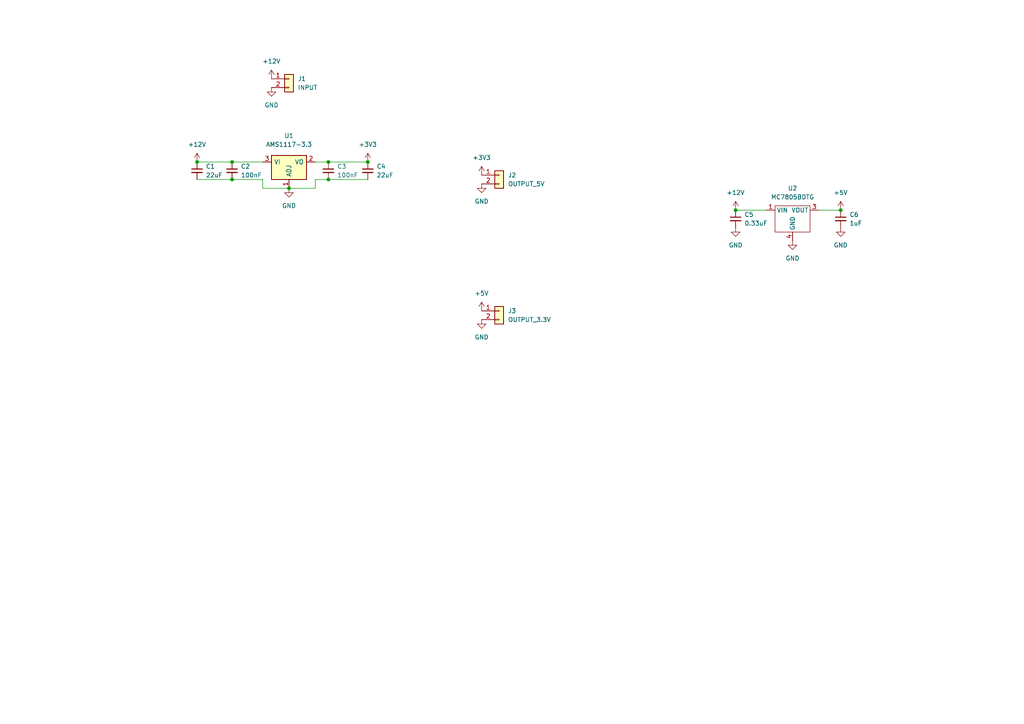
<source format=kicad_sch>
(kicad_sch (version 20211123) (generator eeschema)
  (paper "A4")
  (lib_symbols
    (symbol "01-rickbassham:MC7805BDTG"
      (property "Reference" "U" (at 0 0 0))
      (property "Value" "MC7805BDTG" (at 0 0 0))
      (symbol "MC7805BDTG_0_1"
        (rectangle (start 0 -5.08) (end 10.16 -12.7))
      )
      (symbol "MC7805BDTG_1_1"
        (pin input line (at -2.54 -6.35 0) (length 2.54) (name "VIN") (number "1"))
        (pin input line (at 12.7 -6.35 180) (length 2.54) (name "VOUT") (number "3"))
        (pin input line (at 5.08 -15.24 90) (length 2.54) (name "GND") (number "4"))
      )
    )
    (symbol "Connector_Generic:Conn_01x02" (pin_names (offset 1.016) hide)
      (property "Reference" "J" (at 0 2.54 0))
      (property "Value" "Conn_01x02" (at 0 -5.08 0))
      (symbol "Conn_01x02_1_1"
        (rectangle (start -1.27 -2.413) (end 0 -2.667) (stroke (width 0.1524)))
        (rectangle (start -1.27 0.127) (end 0 -0.127) (stroke (width 0.1524)))
        (rectangle (start -1.27 1.27) (end 1.27 -3.81) (stroke (width 0.254)) (fill (type background)))
        (pin passive line (at -5.08 0 0) (length 3.81) (name "Pin_1") (number "1"))
        (pin passive line (at -5.08 -2.54 0) (length 3.81) (name "Pin_2") (number "2"))
      )
    )
    (symbol "Device:C_Small" (pin_numbers hide) (pin_names (offset 0.254) hide)
      (property "Reference" "C" (at 0.254 1.778 0))
      (property "Value" "C_Small" (at 0.254 -2.032 0))
      (symbol "C_Small_0_1"
        (polyline (pts (xy -1.524 -0.508) (xy 1.524 -0.508)) (stroke (width 0.3302)))
        (polyline (pts (xy -1.524 0.508) (xy 1.524 0.508)) (stroke (width 0.3048)))
      )
      (symbol "C_Small_1_1"
        (pin passive line (at 0 2.54 270) (length 2.032) (name "~") (number "1"))
        (pin passive line (at 0 -2.54 90) (length 2.032) (name "~") (number "2"))
      )
    )
    (symbol "Regulator_Linear:AMS1117" (pin_names (offset 0.762))
      (property "Reference" "U" (at -3.81 3.175 0))
      (property "Value" "AMS1117" (at 0 3.175 0))
      (symbol "AMS1117_0_1"
        (rectangle (start -5.08 -5.08) (end 5.08 1.905) (stroke (width 0.254)) (fill (type background)))
      )
      (symbol "AMS1117_1_1"
        (pin input line (at 0 -7.62 90) (length 2.54) (name "ADJ") (number "1"))
        (pin power_out line (at 7.62 0 180) (length 2.54) (name "VO") (number "2"))
        (pin power_in line (at -7.62 0 0) (length 2.54) (name "VI") (number "3"))
      )
    )
    (symbol "power:+12V" (power) (pin_names (offset 0))
      (property "Value" "+12V" (at 0 3.556 0))
      (symbol "+12V_0_1"
        (polyline (pts (xy -0.762 1.27) (xy 0 2.54)))
        (polyline (pts (xy 0 0) (xy 0 2.54)))
        (polyline (pts (xy 0 2.54) (xy 0.762 1.27)))
      )
      (symbol "+12V_1_1"
        (pin power_in line (at 0 0 90) (length 0) hide (name "+12V") (number "1"))
      )
    )
    (symbol "power:+3.3V" (power) (pin_names (offset 0))
      (property "Value" "+3.3V" (at 0 3.556 0))
      (symbol "+3.3V_0_1"
        (polyline (pts (xy -0.762 1.27) (xy 0 2.54)))
        (polyline (pts (xy 0 0) (xy 0 2.54)))
        (polyline (pts (xy 0 2.54) (xy 0.762 1.27)))
      )
      (symbol "+3.3V_1_1"
        (pin power_in line (at 0 0 90) (length 0) hide (name "+3V3") (number "1"))
      )
    )
    (symbol "power:+5V" (power) (pin_names (offset 0))
      (property "Value" "+5V" (at 0 3.556 0))
      (symbol "+5V_0_1"
        (polyline (pts (xy -0.762 1.27) (xy 0 2.54)))
        (polyline (pts (xy 0 0) (xy 0 2.54)))
        (polyline (pts (xy 0 2.54) (xy 0.762 1.27)))
      )
      (symbol "+5V_1_1"
        (pin power_in line (at 0 0 90) (length 0) hide (name "+5V") (number "1"))
      )
    )
    (symbol "power:GND" (power) (pin_names (offset 0))
      (property "Value" "GND" (at 0 -3.81 0))
      (symbol "GND_0_1"
        (polyline (pts (xy 0 0) (xy 0 -1.27) (xy 1.27 -1.27) (xy 0 -2.54) (xy -1.27 -1.27) (xy 0 -1.27)))
      )
      (symbol "GND_1_1"
        (pin power_in line (at 0 0 270) (length 0) hide (name "GND") (number "1"))
      )
    )
  )
  (junction (at 83.82 54.61))
  (junction (at 57.15 46.99))
  (junction (at 106.68 46.99))
  (junction (at 67.31 52.07))
  (junction (at 95.25 46.99))
  (junction (at 243.84 60.96))
  (junction (at 67.31 46.99))
  (junction (at 213.36 60.96))
  (junction (at 95.25 52.07))
  (wire (pts (xy 95.25 46.99) (xy 106.68 46.99)))
  (wire (pts (xy 95.25 52.07) (xy 91.44 52.07)))
  (wire (pts (xy 76.2 52.07) (xy 76.2 54.61)))
  (wire (pts (xy 57.15 46.99) (xy 67.31 46.99)))
  (wire (pts (xy 91.44 46.99) (xy 95.25 46.99)))
  (wire (pts (xy 91.44 52.07) (xy 91.44 54.61)))
  (wire (pts (xy 91.44 54.61) (xy 83.82 54.61)))
  (wire (pts (xy 106.68 52.07) (xy 95.25 52.07)))
  (wire (pts (xy 76.2 54.61) (xy 83.82 54.61)))
  (wire (pts (xy 57.15 52.07) (xy 67.31 52.07)))
  (wire (pts (xy 67.31 46.99) (xy 76.2 46.99)))
  (wire (pts (xy 237.49 60.96) (xy 243.84 60.96)))
  (wire (pts (xy 67.31 52.07) (xy 76.2 52.07)))
  (wire (pts (xy 213.36 60.96) (xy 222.25 60.96)))
  (symbol (lib_id "power:+12V") (at 78.74 22.86 0) (unit 1)
    (property "Reference" "#PWR0103" (effects hide))
    (property "Value" "+12V" (at 78.74 17.78 0))
  )
  (symbol (lib_id "power:+12V") (at 213.36 60.96 0) (unit 1)
    (property "Reference" "#PWR0105" (effects hide))
    (property "Value" "+12V" (at 213.36 55.88 0))
  )
  (symbol (lib_id "power:GND") (at 139.7 53.34 0) (unit 1)
    (property "Reference" "#PWR0112" (effects hide))
    (property "Value" "GND" (at 139.7 58.42 0))
  )
  (symbol (lib_id "power:+12V") (at 57.15 46.99 0) (unit 1)
    (property "Reference" "#PWR0101" (effects hide))
    (property "Value" "+12V" (at 57.15 41.91 0))
  )
  (symbol (lib_id "Device:C_Small") (at 243.84 63.5 0) (unit 1)
    (property "Reference" "C6" (at 246.38 62.2362 0) (effects (justify left)))
    (property "Value" "1uF" (at 246.38 64.7762 0) (effects (justify left)))
    (property "Footprint" "Capacitor_SMD:C_0805_2012Metric" (effects hide))
  )
  (symbol (lib_id "Device:C_Small") (at 106.68 49.53 0) (unit 1)
    (property "Reference" "C4" (at 109.22 48.2662 0) (effects (justify left)))
    (property "Value" "22uF" (at 109.22 50.8062 0) (effects (justify left)))
    (property "Footprint" "Capacitor_SMD:C_0805_2012Metric" (effects hide))
    (property "LCSC" "C45783" (effects hide))
  )
  (symbol (lib_id "power:GND") (at 78.74 25.4 0) (unit 1)
    (property "Reference" "#PWR0104" (effects hide))
    (property "Value" "GND" (at 78.74 30.48 0))
  )
  (symbol (lib_id "Regulator_Linear:AMS1117") (at 83.82 46.99 0) (unit 1)
    (property "Reference" "U1" (at 83.82 39.37 0))
    (property "Value" "AMS1117-3.3" (at 83.82 41.91 0))
    (property "Footprint" "Package_TO_SOT_SMD:SOT-223-3_TabPin2" (effects hide))
    (property "Datasheet" "http://www.advanced-monolithic.com/pdf/ds1117.pdf" (effects hide))
    (property "LCSC" "C6186" (effects hide))
  )
  (symbol (lib_id "Connector_Generic:Conn_01x02") (at 83.82 22.86 0) (unit 1)
    (property "Reference" "J1" (at 86.36 22.8599 0) (effects (justify left)))
    (property "Value" "INPUT" (at 86.36 25.3999 0) (effects (justify left)))
    (property "Footprint" "Connector_PinHeader_2.54mm:PinHeader_1x02_P2.54mm_Vertical" (effects hide))
  )
  (symbol (lib_id "Device:C_Small") (at 67.31 49.53 0) (unit 1)
    (property "Reference" "C2" (at 69.85 48.2662 0) (effects (justify left)))
    (property "Value" "100nF" (at 69.85 50.8062 0) (effects (justify left)))
    (property "Footprint" "Capacitor_SMD:C_0402_1005Metric" (effects hide))
    (property "LCSC" "C307331" (effects hide))
  )
  (symbol (lib_id "Connector_Generic:Conn_01x02") (at 144.78 90.17 0) (unit 1)
    (property "Reference" "J3" (at 147.32 90.1699 0) (effects (justify left)))
    (property "Value" "OUTPUT_3.3V" (at 147.32 92.7099 0) (effects (justify left)))
    (property "Footprint" "Connector_PinHeader_2.54mm:PinHeader_1x02_P2.54mm_Vertical" (effects hide))
  )
  (symbol (lib_id "power:GND") (at 139.7 92.71 0) (unit 1)
    (property "Reference" "#PWR0111" (effects hide))
    (property "Value" "GND" (at 139.7 97.79 0))
  )
  (symbol (lib_id "power:GND") (at 83.82 54.61 0) (unit 1)
    (property "Reference" "#PWR0102" (effects hide))
    (property "Value" "GND" (at 83.82 59.69 0))
  )
  (symbol (lib_id "power:GND") (at 213.36 66.04 0) (unit 1)
    (property "Reference" "#PWR0106" (effects hide))
    (property "Value" "GND" (at 213.36 71.12 0))
  )
  (symbol (lib_id "power:+5V") (at 243.84 60.96 0) (unit 1)
    (property "Reference" "#PWR0113" (effects hide))
    (property "Value" "+5V" (at 243.84 55.88 0))
  )
  (symbol (lib_id "power:+3.3V") (at 106.68 46.99 0) (unit 1)
    (property "Reference" "#PWR0108" (effects hide))
    (property "Value" "+3.3V" (at 106.68 41.91 0))
  )
  (symbol (lib_id "power:GND") (at 243.84 66.04 0) (unit 1)
    (property "Reference" "#PWR0114" (effects hide))
    (property "Value" "GND" (at 243.84 71.12 0))
  )
  (symbol (lib_id "Connector_Generic:Conn_01x02") (at 144.78 50.8 0) (unit 1)
    (property "Reference" "J2" (at 147.32 50.7999 0) (effects (justify left)))
    (property "Value" "OUTPUT_5V" (at 147.32 53.3399 0) (effects (justify left)))
    (property "Footprint" "Connector_PinHeader_2.54mm:PinHeader_1x02_P2.54mm_Vertical" (effects hide))
  )
  (symbol (lib_id "01-rickbassham:MC7805BDTG") (at 224.79 54.61 0) (unit 1)
    (property "Reference" "U2" (at 229.87 54.61 0))
    (property "Value" "MC7805BDTG" (at 229.87 57.15 0))
    (property "Footprint" "01-rickbassham:TO229P990X238-4N" (effects hide))
    (property "LCSC" "C83632" (effects hide))
  )
  (symbol (lib_id "power:+3.3V") (at 139.7 50.8 0) (unit 1)
    (property "Reference" "#PWR0109" (effects hide))
    (property "Value" "+3.3V" (at 139.7 45.72 0))
  )
  (symbol (lib_id "Device:C_Small") (at 213.36 63.5 0) (unit 1)
    (property "Reference" "C5" (at 215.9 62.2362 0) (effects (justify left)))
    (property "Value" "0.33uF" (at 215.9 64.7762 0) (effects (justify left)))
    (property "Footprint" "Capacitor_SMD:C_0805_2012Metric" (effects hide))
  )
  (symbol (lib_id "Device:C_Small") (at 57.15 49.53 0) (unit 1)
    (property "Reference" "C1" (at 59.69 48.2662 0) (effects (justify left)))
    (property "Value" "22uF" (at 59.69 50.8062 0) (effects (justify left)))
    (property "Footprint" "Capacitor_SMD:C_0805_2012Metric" (effects hide))
    (property "LCSC" "C45783" (effects hide))
  )
  (symbol (lib_id "Device:C_Small") (at 95.25 49.53 0) (unit 1)
    (property "Reference" "C3" (at 97.79 48.2662 0) (effects (justify left)))
    (property "Value" "100nF" (at 97.79 50.8062 0) (effects (justify left)))
    (property "Footprint" "Capacitor_SMD:C_0402_1005Metric" (effects hide))
    (property "LCSC" "C307331" (effects hide))
  )
  (symbol (lib_id "power:+5V") (at 139.7 90.17 0) (unit 1)
    (property "Reference" "#PWR0110" (effects hide))
    (property "Value" "+5V" (at 139.7 85.09 0))
  )
  (symbol (lib_id "power:GND") (at 229.87 69.85 0) (unit 1)
    (property "Reference" "#PWR0107" (effects hide))
    (property "Value" "GND" (at 229.87 74.93 0))
  )
)
</source>
